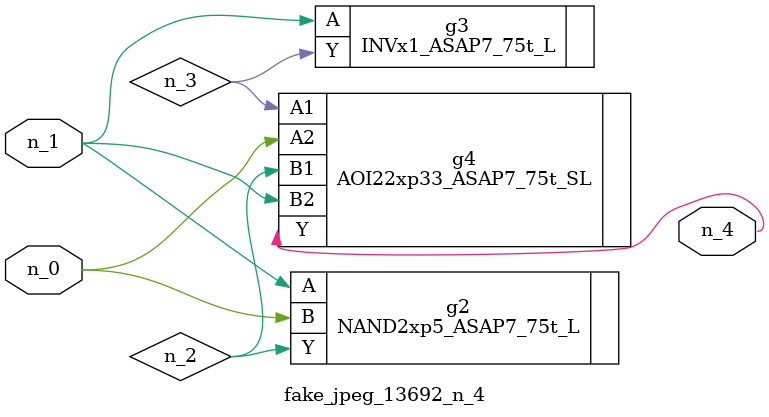
<source format=v>
module fake_jpeg_13692_n_4 (n_0, n_1, n_4);

input n_0;
input n_1;

output n_4;

wire n_3;
wire n_2;

NAND2xp5_ASAP7_75t_L g2 ( 
.A(n_1),
.B(n_0),
.Y(n_2)
);

INVx1_ASAP7_75t_L g3 ( 
.A(n_1),
.Y(n_3)
);

AOI22xp33_ASAP7_75t_SL g4 ( 
.A1(n_3),
.A2(n_0),
.B1(n_2),
.B2(n_1),
.Y(n_4)
);


endmodule
</source>
